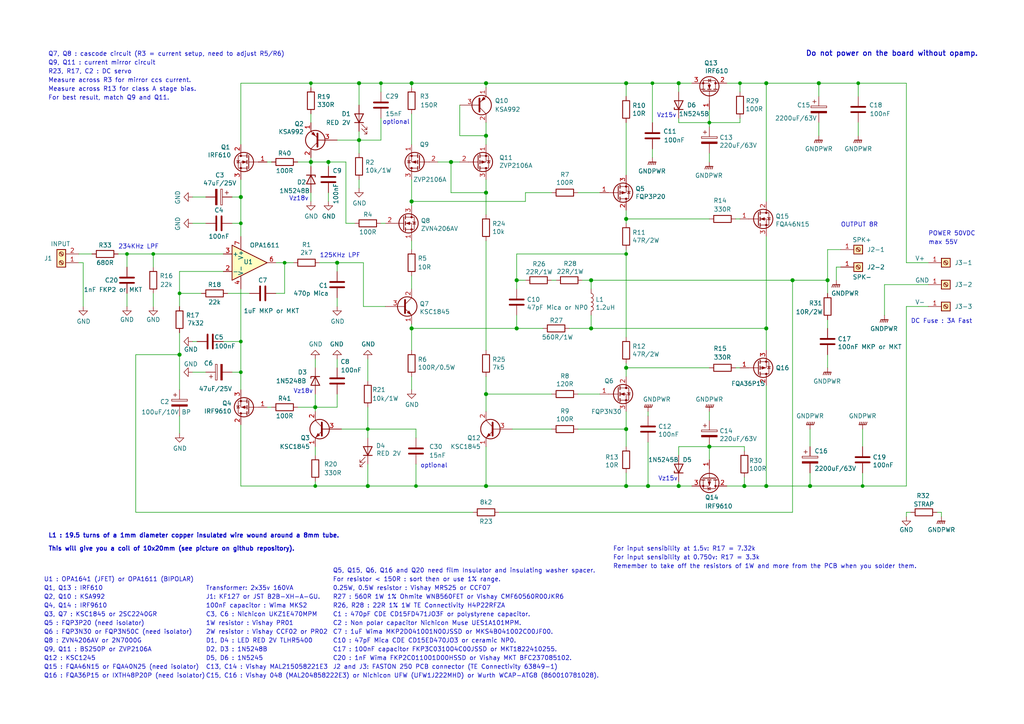
<source format=kicad_sch>
(kicad_sch (version 20211123) (generator eeschema)
  (paper "A4")
  (title_block (title "Q17-Mini Amplifier") (date "2023-06-25") (rev "1.4.5") (company "by eng. Tiberiu Vicol") (comment 1 "Modified by Stef for the Q17-Mini project") (comment 4 "Q17 a QUAD405 audiophile approach"))
  (junction (at 130.81 46.99) (diameter 1.016))
  (junction (at 187.96 140.97) (diameter 1.016))
  (junction (at 106.68 124.46))
  (junction (at 91.44 140.97))
  (junction (at 215.9 140.97) (diameter 1.016))
  (junction (at 91.44 118.11) (diameter 1.016))
  (junction (at 52.07 102.87) (diameter 1.016))
  (junction (at 205.74 35.56))
  (junction (at 149.86 95.25) (diameter 1.016))
  (junction (at 237.49 24.13) (diameter 1.016))
  (junction (at 196.85 24.13) (diameter 1.016))
  (junction (at 36.83 73.66))
  (junction (at 140.97 140.97) (diameter 1.016))
  (junction (at 196.85 140.97) (diameter 1.016))
  (junction (at 222.25 140.97) (diameter 1.016))
  (junction (at 110.49 24.13))
  (junction (at 90.17 46.99) (diameter 1.016))
  (junction (at 140.97 39.37) (diameter 1.016))
  (junction (at 250.19 140.97))
  (junction (at 52.07 85.09))
  (junction (at 120.65 140.97))
  (junction (at 234.95 140.97) (diameter 1.016))
  (junction (at 181.61 63.5) (diameter 1.016))
  (junction (at 240.03 81.28) (diameter 1.016))
  (junction (at 171.45 81.28) (diameter 1.016))
  (junction (at 95.25 46.99) (diameter 1.016))
  (junction (at 69.85 107.95))
  (junction (at 119.38 95.25) (diameter 1.016))
  (junction (at 69.85 57.15) (diameter 1.016))
  (junction (at 119.38 24.13) (diameter 1.016))
  (junction (at 97.79 76.2) (diameter 1.016))
  (junction (at 119.38 58.42) (diameter 1.016))
  (junction (at 149.86 81.28) (diameter 1.016))
  (junction (at 229.87 81.28) (diameter 1.016))
  (junction (at 248.92 24.13))
  (junction (at 82.55 76.2))
  (junction (at 205.74 129.54) (diameter 1.016))
  (junction (at 189.23 24.13))
  (junction (at 171.45 95.25) (diameter 1.016))
  (junction (at 222.25 24.13) (diameter 1.016))
  (junction (at 140.97 55.88) (diameter 1.016))
  (junction (at 214.63 24.13))
  (junction (at 106.68 140.97) (diameter 1.016))
  (junction (at 140.97 24.13) (diameter 1.016))
  (junction (at 181.61 140.97) (diameter 1.016))
  (junction (at 44.45 73.66))
  (junction (at 181.61 124.46) (diameter 1.016))
  (junction (at 104.14 24.13) (diameter 1.016))
  (junction (at 222.25 95.25) (diameter 1.016))
  (junction (at 140.97 114.3) (diameter 1.016))
  (junction (at 181.61 106.68) (diameter 1.016))
  (junction (at 181.61 73.66))
  (junction (at 104.14 40.64) (diameter 1.016))
  (junction (at 69.85 64.77))
  (junction (at 69.85 99.06))
  (junction (at 90.17 24.13))
  (junction (at 181.61 24.13) (diameter 1.016))
  (wire (pts (xy 110.49 40.64) (xy 104.14 40.64)))
  (wire (pts (xy 140.97 55.88) (xy 140.97 62.23)))
  (wire (pts (xy 181.61 72.39) (xy 181.61 73.66)))
  (wire (pts (xy 104.14 40.64) (xy 104.14 38.1)))
  (wire (pts (xy 97.79 40.64) (xy 104.14 40.64)))
  (wire (pts (xy 140.97 24.13) (xy 181.61 24.13)))
  (wire (pts (xy 140.97 24.13) (xy 119.38 24.13)))
  (wire (pts (xy 215.9 130.81) (xy 215.9 129.54)))
  (wire (pts (xy 215.9 129.54) (xy 205.74 129.54)))
  (wire (pts (xy 90.17 33.02) (xy 90.17 35.56)))
  (wire (pts (xy 205.74 119.38) (xy 205.74 121.92)))
  (wire (pts (xy 262.89 24.13) (xy 262.89 76.2)))
  (wire (pts (xy 52.07 78.74) (xy 52.07 85.09)))
  (wire (pts (xy 52.07 125.73) (xy 52.07 120.65)))
  (wire (pts (xy 111.76 64.77) (xy 110.49 64.77)))
  (wire (pts (xy 100.33 64.77) (xy 100.33 46.99)))
  (wire (pts (xy 95.25 46.99) (xy 100.33 46.99)))
  (wire (pts (xy 67.31 107.95) (xy 69.85 107.95)))
  (wire (pts (xy 24.13 76.2) (xy 24.13 88.9)))
  (wire (pts (xy 22.86 76.2) (xy 24.13 76.2)))
  (wire (pts (xy 52.07 102.87) (xy 52.07 113.03)))
  (wire (pts (xy 189.23 43.18) (xy 189.23 45.72)))
  (wire (pts (xy 64.77 99.06) (xy 69.85 99.06)))
  (wire (pts (xy 90.17 24.13) (xy 104.14 24.13)))
  (wire (pts (xy 120.65 140.97) (xy 140.97 140.97)))
  (wire (pts (xy 181.61 119.38) (xy 181.61 124.46)))
  (wire (pts (xy 181.61 124.46) (xy 181.61 129.54)))
  (wire (pts (xy 149.86 73.66) (xy 181.61 73.66)))
  (wire (pts (xy 149.86 81.28) (xy 149.86 73.66)))
  (wire (pts (xy 200.66 24.13) (xy 196.85 24.13)))
  (wire (pts (xy 262.89 88.9) (xy 262.89 140.97)))
  (wire (pts (xy 90.17 46.99) (xy 90.17 48.26)))
  (wire (pts (xy 90.17 45.72) (xy 90.17 46.99)))
  (wire (pts (xy 78.74 118.11) (xy 77.47 118.11)))
  (wire (pts (xy 22.86 73.66) (xy 26.67 73.66)))
  (wire (pts (xy 205.74 44.45) (xy 205.74 46.99)))
  (wire (pts (xy 262.89 88.9) (xy 269.24 88.9)))
  (wire (pts (xy 69.85 140.97) (xy 91.44 140.97)))
  (wire (pts (xy 240.03 72.39) (xy 240.03 81.28)))
  (wire (pts (xy 110.49 26.67) (xy 110.49 24.13)))
  (wire (pts (xy 69.85 123.19) (xy 69.85 140.97)))
  (wire (pts (xy 69.85 57.15) (xy 69.85 64.77)))
  (wire (pts (xy 55.88 57.15) (xy 59.69 57.15)))
  (wire (pts (xy 173.99 55.88) (xy 167.64 55.88)))
  (wire (pts (xy 39.37 102.87) (xy 52.07 102.87)))
  (wire (pts (xy 137.16 148.59) (xy 39.37 148.59)))
  (wire (pts (xy 39.37 148.59) (xy 39.37 102.87)))
  (wire (pts (xy 250.19 137.16) (xy 250.19 140.97)))
  (wire (pts (xy 234.95 140.97) (xy 250.19 140.97)))
  (wire (pts (xy 140.97 35.56) (xy 140.97 39.37)))
  (wire (pts (xy 152.4 81.28) (xy 149.86 81.28)))
  (wire (pts (xy 149.86 81.28) (xy 149.86 83.82)))
  (wire (pts (xy 181.61 35.56) (xy 181.61 50.8)))
  (wire (pts (xy 44.45 73.66) (xy 64.77 73.66)))
  (wire (pts (xy 55.88 107.95) (xy 59.69 107.95)))
  (wire (pts (xy 91.44 139.7) (xy 91.44 140.97)))
  (wire (pts (xy 248.92 24.13) (xy 248.92 27.94)))
  (wire (pts (xy 111.76 88.9) (xy 105.41 88.9)))
  (wire (pts (xy 105.41 88.9) (xy 105.41 76.2)))
  (wire (pts (xy 120.65 134.62) (xy 120.65 140.97)))
  (wire (pts (xy 168.91 81.28) (xy 171.45 81.28)))
  (wire (pts (xy 171.45 83.82) (xy 171.45 81.28)))
  (wire (pts (xy 160.02 81.28) (xy 161.29 81.28)))
  (wire (pts (xy 242.57 77.47) (xy 243.84 77.47)))
  (wire (pts (xy 242.57 77.47) (xy 242.57 81.28)))
  (wire (pts (xy 167.64 114.3) (xy 173.99 114.3)))
  (wire (pts (xy 140.97 114.3) (xy 160.02 114.3)))
  (wire (pts (xy 229.87 81.28) (xy 229.87 148.59)))
  (wire (pts (xy 229.87 148.59) (xy 144.78 148.59)))
  (wire (pts (xy 55.88 64.77) (xy 59.69 64.77)))
  (wire (pts (xy 171.45 91.44) (xy 171.45 95.25)))
  (wire (pts (xy 165.1 95.25) (xy 171.45 95.25)))
  (wire (pts (xy 213.36 63.5) (xy 214.63 63.5)))
  (wire (pts (xy 77.47 46.99) (xy 78.74 46.99)))
  (wire (pts (xy 262.89 140.97) (xy 250.19 140.97)))
  (wire (pts (xy 213.36 106.68) (xy 214.63 106.68)))
  (wire (pts (xy 222.25 58.42) (xy 222.25 24.13)))
  (wire (pts (xy 210.82 24.13) (xy 214.63 24.13)))
  (wire (pts (xy 181.61 24.13) (xy 189.23 24.13)))
  (wire (pts (xy 181.61 24.13) (xy 181.61 27.94)))
  (wire (pts (xy 97.79 118.11) (xy 91.44 118.11)))
  (wire (pts (xy 97.79 114.3) (xy 97.79 118.11)))
  (wire (pts (xy 215.9 138.43) (xy 215.9 140.97)))
  (wire (pts (xy 222.25 95.25) (xy 222.25 101.6)))
  (wire (pts (xy 222.25 68.58) (xy 222.25 95.25)))
  (wire (pts (xy 140.97 109.22) (xy 140.97 114.3)))
  (wire (pts (xy 44.45 73.66) (xy 44.45 77.47)))
  (wire (pts (xy 167.64 124.46) (xy 181.61 124.46)))
  (wire (pts (xy 148.59 124.46) (xy 160.02 124.46)))
  (wire (pts (xy 205.74 31.75) (xy 205.74 35.56)))
  (wire (pts (xy 187.96 120.65) (xy 187.96 119.38)))
  (wire (pts (xy 91.44 106.68) (xy 91.44 104.14)))
  (wire (pts (xy 97.79 76.2) (xy 105.41 76.2)))
  (wire (pts (xy 181.61 106.68) (xy 181.61 109.22)))
  (wire (pts (xy 181.61 105.41) (xy 181.61 106.68)))
  (wire (pts (xy 140.97 114.3) (xy 140.97 119.38)))
  (wire (pts (xy 196.85 35.56) (xy 205.74 35.56)))
  (wire (pts (xy 196.85 34.29) (xy 196.85 35.56)))
  (wire (pts (xy 248.92 35.56) (xy 248.92 39.37)))
  (wire (pts (xy 106.68 110.49) (xy 106.68 104.14)))
  (wire (pts (xy 214.63 35.56) (xy 214.63 34.29)))
  (wire (pts (xy 119.38 80.01) (xy 119.38 83.82)))
  (wire (pts (xy 119.38 69.85) (xy 119.38 72.39)))
  (wire (pts (xy 119.38 52.07) (xy 119.38 58.42)))
  (wire (pts (xy 119.38 58.42) (xy 119.38 59.69)))
  (wire (pts (xy 97.79 76.2) (xy 97.79 78.74)))
  (wire (pts (xy 92.71 76.2) (xy 97.79 76.2)))
  (wire (pts (xy 95.25 46.99) (xy 90.17 46.99)))
  (wire (pts (xy 95.25 48.26) (xy 95.25 46.99)))
  (wire (pts (xy 140.97 39.37) (xy 140.97 41.91)))
  (wire (pts (xy 149.86 91.44) (xy 149.86 95.25)))
  (wire (pts (xy 149.86 95.25) (xy 157.48 95.25)))
  (wire (pts (xy 104.14 52.07) (xy 104.14 54.61)))
  (wire (pts (xy 69.85 113.03) (xy 69.85 107.95)))
  (wire (pts (xy 181.61 106.68) (xy 205.74 106.68)))
  (wire (pts (xy 55.88 99.06) (xy 57.15 99.06)))
  (wire (pts (xy 34.29 73.66) (xy 36.83 73.66)))
  (wire (pts (xy 130.81 46.99) (xy 127 46.99)))
  (wire (pts (xy 237.49 24.13) (xy 248.92 24.13)))
  (wire (pts (xy 140.97 24.13) (xy 140.97 25.4)))
  (wire (pts (xy 69.85 99.06) (xy 69.85 107.95)))
  (wire (pts (xy 222.25 140.97) (xy 215.9 140.97)))
  (wire (pts (xy 222.25 111.76) (xy 222.25 140.97)))
  (wire (pts (xy 215.9 140.97) (xy 210.82 140.97)))
  (wire (pts (xy 187.96 140.97) (xy 181.61 140.97)))
  (wire (pts (xy 66.04 85.09) (xy 72.39 85.09)))
  (wire (pts (xy 181.61 140.97) (xy 181.61 137.16)))
  (wire (pts (xy 140.97 140.97) (xy 181.61 140.97)))
  (wire (pts (xy 140.97 129.54) (xy 140.97 140.97)))
  (wire (pts (xy 240.03 72.39) (xy 243.84 72.39)))
  (wire (pts (xy 133.35 30.48) (xy 133.35 39.37)))
  (wire (pts (xy 80.01 76.2) (xy 82.55 76.2)))
  (wire (pts (xy 106.68 118.11) (xy 106.68 124.46)))
  (wire (pts (xy 36.83 85.09) (xy 36.83 88.9)))
  (wire (pts (xy 91.44 119.38) (xy 91.44 118.11)))
  (wire (pts (xy 69.85 41.91) (xy 69.85 24.13)))
  (wire (pts (xy 69.85 24.13) (xy 90.17 24.13)))
  (wire (pts (xy 214.63 24.13) (xy 222.25 24.13)))
  (wire (pts (xy 250.19 124.46) (xy 250.19 129.54)))
  (wire (pts (xy 187.96 128.27) (xy 187.96 140.97)))
  (wire (pts (xy 52.07 96.52) (xy 52.07 102.87)))
  (wire (pts (xy 140.97 69.85) (xy 140.97 101.6)))
  (wire (pts (xy 67.31 64.77) (xy 69.85 64.77)))
  (wire (pts (xy 104.14 24.13) (xy 104.14 30.48)))
  (wire (pts (xy 90.17 25.4) (xy 90.17 24.13)))
  (wire (pts (xy 189.23 24.13) (xy 189.23 35.56)))
  (wire (pts (xy 196.85 139.7) (xy 196.85 140.97)))
  (wire (pts (xy 100.33 64.77) (xy 102.87 64.77)))
  (wire (pts (xy 140.97 55.88) (xy 130.81 55.88)))
  (wire (pts (xy 130.81 55.88) (xy 130.81 46.99)))
  (wire (pts (xy 152.4 55.88) (xy 160.02 55.88)))
  (wire (pts (xy 262.89 76.2) (xy 269.24 76.2)))
  (wire (pts (xy 119.38 109.22) (xy 119.38 113.03)))
  (wire (pts (xy 234.95 140.97) (xy 222.25 140.97)))
  (wire (pts (xy 234.95 137.16) (xy 234.95 140.97)))
  (wire (pts (xy 106.68 140.97) (xy 120.65 140.97)))
  (wire (pts (xy 205.74 35.56) (xy 214.63 35.56)))
  (wire (pts (xy 36.83 73.66) (xy 44.45 73.66)))
  (wire (pts (xy 106.68 140.97) (xy 106.68 134.62)))
  (wire (pts (xy 189.23 24.13) (xy 196.85 24.13)))
  (wire (pts (xy 36.83 77.47) (xy 36.83 73.66)))
  (wire (pts (xy 205.74 129.54) (xy 205.74 133.35)))
  (wire (pts (xy 106.68 127) (xy 106.68 124.46)))
  (wire (pts (xy 187.96 140.97) (xy 196.85 140.97)))
  (wire (pts (xy 196.85 140.97) (xy 200.66 140.97)))
  (wire (pts (xy 130.81 46.99) (xy 133.35 46.99)))
  (wire (pts (xy 229.87 81.28) (xy 240.03 81.28)))
  (wire (pts (xy 240.03 81.28) (xy 240.03 85.09)))
  (wire (pts (xy 171.45 81.28) (xy 229.87 81.28)))
  (wire (pts (xy 52.07 78.74) (xy 64.77 78.74)))
  (wire (pts (xy 110.49 34.29) (xy 110.49 40.64)))
  (wire (pts (xy 91.44 118.11) (xy 91.44 114.3)))
  (wire (pts (xy 205.74 35.56) (xy 205.74 36.83)))
  (wire (pts (xy 82.55 76.2) (xy 85.09 76.2)))
  (wire (pts (xy 152.4 55.88) (xy 152.4 58.42)))
  (wire (pts (xy 152.4 58.42) (xy 119.38 58.42)))
  (wire (pts (xy 271.78 148.59) (xy 273.05 148.59)))
  (wire (pts (xy 273.05 148.59) (xy 273.05 149.86)))
  (wire (pts (xy 262.89 148.59) (xy 264.16 148.59)))
  (wire (pts (xy 262.89 149.86) (xy 262.89 148.59)))
  (wire (pts (xy 149.86 95.25) (xy 119.38 95.25)))
  (wire (pts (xy 119.38 95.25) (xy 119.38 101.6)))
  (wire (pts (xy 86.36 118.11) (xy 91.44 118.11)))
  (wire (pts (xy 262.89 24.13) (xy 248.92 24.13)))
  (wire (pts (xy 256.54 82.55) (xy 256.54 91.44)))
  (wire (pts (xy 256.54 82.55) (xy 269.24 82.55)))
  (wire (pts (xy 181.61 60.96) (xy 181.61 63.5)))
  (wire (pts (xy 181.61 63.5) (xy 181.61 64.77)))
  (wire (pts (xy 69.85 68.58) (xy 69.85 64.77)))
  (wire (pts (xy 104.14 24.13) (xy 110.49 24.13)))
  (wire (pts (xy 171.45 95.25) (xy 222.25 95.25)))
  (wire (pts (xy 69.85 83.82) (xy 69.85 99.06)))
  (wire (pts (xy 106.68 124.46) (xy 120.65 124.46)))
  (wire (pts (xy 82.55 85.09) (xy 82.55 76.2)))
  (wire (pts (xy 80.01 85.09) (xy 82.55 85.09)))
  (wire (pts (xy 181.61 73.66) (xy 181.61 97.79)))
  (wire (pts (xy 120.65 124.46) (xy 120.65 127)))
  (wire (pts (xy 104.14 40.64) (xy 104.14 44.45)))
  (wire (pts (xy 95.25 58.42) (xy 95.25 55.88)))
  (wire (pts (xy 52.07 85.09) (xy 58.42 85.09)))
  (wire (pts (xy 196.85 132.08) (xy 196.85 129.54)))
  (wire (pts (xy 196.85 129.54) (xy 205.74 129.54)))
  (wire (pts (xy 90.17 55.88) (xy 90.17 58.42)))
  (wire (pts (xy 140.97 52.07) (xy 140.97 55.88)))
  (wire (pts (xy 44.45 85.09) (xy 44.45 88.9)))
  (wire (pts (xy 69.85 52.07) (xy 69.85 57.15)))
  (wire (pts (xy 97.79 104.14) (xy 97.79 106.68)))
  (wire (pts (xy 99.06 124.46) (xy 106.68 124.46)))
  (wire (pts (xy 240.03 102.87) (xy 240.03 106.68)))
  (wire (pts (xy 110.49 24.13) (xy 119.38 24.13)))
  (wire (pts (xy 86.36 46.99) (xy 90.17 46.99)))
  (wire (pts (xy 97.79 86.36) (xy 97.79 88.9)))
  (wire (pts (xy 240.03 92.71) (xy 240.03 95.25)))
  (wire (pts (xy 237.49 35.56) (xy 237.49 39.37)))
  (wire (pts (xy 196.85 24.13) (xy 196.85 26.67)))
  (wire (pts (xy 181.61 63.5) (xy 205.74 63.5)))
  (wire (pts (xy 119.38 93.98) (xy 119.38 95.25)))
  (wire (pts (xy 214.63 26.67) (xy 214.63 24.13)))
  (wire (pts (xy 91.44 140.97) (xy 106.68 140.97)))
  (wire (pts (xy 52.07 85.09) (xy 52.07 88.9)))
  (wire (pts (xy 234.95 129.54) (xy 234.95 124.46)))
  (wire (pts (xy 119.38 33.02) (xy 119.38 41.91)))
  (wire (pts (xy 140.97 39.37) (xy 133.35 39.37)))
  (wire (pts (xy 222.25 24.13) (xy 237.49 24.13)))
  (wire (pts (xy 237.49 27.94) (xy 237.49 24.13)))
  (wire (pts (xy 67.31 57.15) (xy 69.85 57.15)))
  (wire (pts (xy 91.44 132.08) (xy 91.44 129.54)))
  (wire (pts (xy 119.38 24.13) (xy 119.38 25.4)))
  (text "U1 : OPA1641 (JFET) or OPA1611 (BIPOLAR)" (at 12.7 168.91 0) (effects (font (size 1.27 1.27)) (justify left bottom)))
  (text "Remember to take off the resistors of 1W and more from the PCB when you solder them." (at 177.8 165.1 0) (effects (font (size 1.27 1.27)) (justify left bottom)))
  (text "max 55V" (at 269.24 71.12 0) (effects (font (size 1.27 1.27)) (justify left bottom)))
  (text "Q4, Q14 : IRF9610" (at 12.7 176.53 0) (effects (font (size 1.27 1.27)) (justify left bottom)))
  (text "Transformer: 2x35v 160VA" (at 59.69 171.45 0) (effects (font (size 1.27 1.27)) (justify left bottom)))
  (text "Q9, Q11 : current mirror circuit" (at 13.97 19.05 0) (effects (font (size 1.27 1.27)) (justify left bottom)))
  (text "C2 : Non polar capacitor Nichicon Muse UES1A101MPM." (at 96.52 181.61 0) (effects (font (size 1.27 1.27)) (justify left bottom)))
  (text "C15, C16 : Vishay 048 (MAL204858222E3) or Nichicon UFW (UFW1J222MHD) or Wurth WCAP-ATG8 (860010781028)." (at 59.69 196.85 0) (effects (font (size 1.27 1.27)) (justify left bottom)))
  (text "Q8 : ZVN4206AV or 2N7000G" (at 12.7 186.69 0) (effects (font (size 1.27 1.27)) (justify left bottom)))
  (text "1W resistor : Vishay PR01" (at 59.69 181.61 0) (effects (font (size 1.27 1.27)) (justify left bottom)))
  (text "This will give you a coil of 10x20mm (see picture on github repository)." (at 13.97 160.02 0) (effects (font (size 1.27 1.27) (thickness 0.254) bold) (justify left bottom)))
  (text "For input sensibility at 1.5v: R17 = 7.32k" (at 177.8 160.02 0) (effects (font (size 1.27 1.27)) (justify left bottom)))
  (text "125KHz LPF" (at 92.71 74.93 0) (effects (font (size 1.27 1.27)) (justify left bottom)))
  (text "Q15 : FQA46N15 or FQA40N25 (need isolator)" (at 12.7 194.31 0) (effects (font (size 1.27 1.27)) (justify left bottom)))
  (text "100nF capacitor : Wima MKS2" (at 59.69 176.53 0) (effects (font (size 1.27 1.27)) (justify left bottom)))
  (text "Q16 : FQA36P15 or IXTH48P20P (need isolator)" (at 12.7 196.85 0) (effects (font (size 1.27 1.27)) (justify left bottom)))
  (text "R27 : 560R 1W 1% Ohmite WNB560FET or Vishay CMF60560R00JKR6" (at 96.52 173.99 0) (effects (font (size 1.27 1.27)) (justify left bottom)))
  (text "0.25W, 0.5W resistor : Vishay MRS25 or CCF07" (at 96.52 171.45 0) (effects (font (size 1.27 1.27)) (justify left bottom)))
  (text "L1 : 19.5 turns of a 1mm diameter copper insulated wire wound around a 8mm tube." (at 13.97 156.21 0) (effects (font (size 1.27 1.27) (thickness 0.254) bold) (justify left bottom)))
  (text "C13, C14 : Vishay MAL215058221E3" (at 59.69 194.31 0) (effects (font (size 1.27 1.27)) (justify left bottom)))
  (text "R23, R17, C2 : DC servo" (at 13.97 21.59 0) (effects (font (size 1.27 1.27)) (justify left bottom)))
  (text "Q9, Q11 : BS250P or ZVP2106A" (at 12.7 189.23 0) (effects (font (size 1.27 1.27)) (justify left bottom)))
  (text "optional" (at 110.9305 36.2435 0) (effects (font (size 1.27 1.27)) (justify left bottom)))
  (text "OUTPUT 8R" (at 243.84 66.04 0) (effects (font (size 1.27 1.27)) (justify left bottom)))
  (text "Vz18v" (at 85.09 114.3 0) (effects (font (size 1.27 1.27)) (justify left bottom)))
  (text "For input sensibility at 0.750v: R17 = 3.3k" (at 177.8 162.56 0) (effects (font (size 1.27 1.27)) (justify left bottom)))
  (text "DC Fuse : 3A Fast" (at 264.16 93.98 0) (effects (font (size 1.27 1.27)) (justify left bottom)))
  (text "D2, D3 : 1N5248B" (at 59.69 189.23 0) (effects (font (size 1.27 1.27)) (justify left bottom)))
  (text "2W resistor : Vishay CCF02 or PR02" (at 59.69 184.15 0) (effects (font (size 1.27 1.27)) (justify left bottom)))
  (text "234KHz LPF" (at 34.29 72.39 0) (effects (font (size 1.27 1.27)) (justify left bottom)))
  (text "Q2, Q10 : KSA992" (at 12.7 173.99 0) (effects (font (size 1.27 1.27)) (justify left bottom)))
  (text "Q3, Q7 : KSC1845 or 2SC2240GR" (at 12.7 179.07 0) (effects (font (size 1.27 1.27)) (justify left bottom)))
  (text "Q6 : FQP3N30 or FQP3N50C (need isolator)" (at 12.7 184.15 0) (effects (font (size 1.27 1.27)) (justify left bottom)))
  (text "Measure across R13 for class A stage bias." (at 13.97 26.67 0) (effects (font (size 1.27 1.27)) (justify left bottom)))
  (text "C7 : 1uF Wima MKP2D041001N00JSSD or MKS4B041002C00JF00." (at 96.52 184.15 0) (effects (font (size 1.27 1.27)) (justify left bottom)))
  (text "Q5, Q15, Q6, Q16 and Q20 need film Insulator and insulating washer spacer." (at 96.52 166.37 0) (effects (font (size 1.27 1.27)) (justify left bottom)))
  (text "Q5 : FQP3P20 (need isolator)" (at 12.7 181.61 0) (effects (font (size 1.27 1.27)) (justify left bottom)))
  (text "C1 : 470pF CDE CD15FD471JO3F or polystyrene capacitor." (at 96.52 179.07 0) (effects (font (size 1.27 1.27)) (justify left bottom)))
  (text "D5, D6 : 1N5245" (at 59.69 191.77 0) (effects (font (size 1.27 1.27)) (justify left bottom)))
  (text "Q7, Q8 : cascode circuit (R3 = current setup, need to adjust R5/R6)" (at 13.97 16.51 0) (effects (font (size 1.27 1.27)) (justify left bottom)))
  (text "J1: KF127 or JST B2B-XH-A-GU." (at 59.69 173.99 0) (effects (font (size 1.27 1.27)) (justify left bottom)))
  (text "Measure across R3 for mirror ccs current." (at 13.97 24.13 0) (effects (font (size 1.27 1.27)) (justify left bottom)))
  (text "Vz15v" (at 190.8835 139.6616 0) (effects (font (size 1.27 1.27)) (justify left bottom)))
  (text "J2 and J3: FASTON 250 PCB connector (TE Connectivity 63849-1)" (at 96.52 194.31 0) (effects (font (size 1.27 1.27)) (justify left bottom)))
  (text "D1, D4 : LED RED 2V TLHR5400" (at 59.69 186.69 0) (effects (font (size 1.27 1.27)) (justify left bottom)))
  (text "R26, R28 : 22R 1% 1W TE Connectivity H4P22RFZA" (at 96.52 176.53 0) (effects (font (size 1.27 1.27)) (justify left bottom)))
  (text "Vz15v" (at 190.5 34.29 0) (effects (font (size 1.27 1.27)) (justify left bottom)))
  (text "optional" (at 121.92 135.89 0) (effects (font (size 1.27 1.27)) (justify left bottom)))
  (text "POWER 50VDC" (at 269.24 68.58 0) (effects (font (size 1.27 1.27)) (justify left bottom)))
  (text "C3, C6 : Nichicon UKZ1E470MPM" (at 59.69 179.07 0) (effects (font (size 1.27 1.27)) (justify left bottom)))
  (text "C10 : 47pF Mica CDE CD15ED470JO3 or ceramic NP0." (at 96.52 186.69 0) (effects (font (size 1.27 1.27)) (justify left bottom)))
  (text "Q12 : KSC1245" (at 12.7 191.77 0) (effects (font (size 1.27 1.27)) (justify left bottom)))
  (text "For best result, match Q9 and Q11." (at 13.97 29.21 0) (effects (font (size 1.27 1.27)) (justify left bottom)))
  (text "For resistor < 150R : sort then or use 1% range." (at 96.52 168.91 0) (effects (font (size 1.27 1.27)) (justify left bottom)))
  (text "Do not power on the board without opamp." (at 233.68 16.51 0) (effects (font (size 1.5 1.5) (thickness 0.254) bold) (justify left bottom)))
  (text "C17 : 100nF capacitor FKP3C031004C00JSSD or MKT1822410255." (at 96.52 189.23 0) (effects (font (size 1.27 1.27)) (justify left bottom)))
  (text "C20 : 1nF Wima FKP2C011001D00HSSD or Vishay MKT BFC237085102." (at 96.52 191.77 0) (effects (font (size 1.27 1.27)) (justify left bottom)))
  (text "Vz18v" (at 83.82 58.42 0) (effects (font (size 1.27 1.27)) (justify left bottom)))
  (text "Q1, Q13 : IRF610" (at 12.7 171.45 0) (effects (font (size 1.27 1.27)) (justify left bottom)))
  (symbol (lib_id "power:GND") (at 55.88 57.15 270) (unit 1)
    (property "Reference" "#PWR0111" (effects hide))
    (property "Value" "GND" (at 51.5556 57.2643 0))
  )
  (symbol (lib_id "Device:R") (at 30.48 73.66 270) (mirror x) (unit 1)
    (property "Reference" "R33" (at 30.48 71.12 90))
    (property "Value" "680R" (at 30.48 76.2 90))
    (property "Footprint" "Resistor_THT:R_Axial_DIN0207_L6.3mm_D2.5mm_P10.16mm_Horizontal" (effects hide))
    (property "Part#" "MRS25000C6800FCT00" (effects hide))
  )
  (symbol (lib_id "Device:R") (at 181.61 133.35 0) (unit 1)
    (property "Reference" "R13" (at 175.514 132.588 0) (effects (justify left)))
    (property "Value" "10R" (at 175.514 134.8867 0) (effects (justify left)))
    (property "Footprint" "Resistor_THT:R_Axial_DIN0207_L6.3mm_D2.5mm_P10.16mm_Horizontal" (effects hide))
    (property "Part#" "MRS25000C1009FCT00" (effects hide))
  )
  (symbol (lib_id "Device:Q_PNP_ECB") (at 138.43 30.48 0) (mirror x) (unit 1)
    (property "Reference" "Q10" (at 143.51 29.2099 0) (effects (justify left)))
    (property "Value" "KSA992" (at 143.51 31.7499 0) (effects (justify left)))
    (property "Footprint" "Package_TO_SOT_THT:TO-92_Inline_Wide" (effects hide))
    (property "Part#" "KSA992FBTA" (effects hide))
  )
  (symbol (lib_id "Device:C") (at 60.96 99.06 90) (unit 1)
    (property "Reference" "C5" (at 63.5 97.79 90))
    (property "Value" "100nF" (at 65.2658 100.4056 90))
    (property "Footprint" "Capacitor_THT:C_Rect_L7.2mm_W2.5mm_P5.00mm_FKS2_FKP2_MKS2_MKP2" (effects hide))
    (property "Spice_Primitive" "C" (effects hide))
    (property "Spice_Model" "100n" (effects hide))
    (property "Spice_Netlist_Enabled" "Y" (effects hide))
    (property "Part#" "MKS2D031001A00KSSD" (effects hide))
  )
  (symbol (lib_id "Device:R") (at 240.03 88.9 0) (unit 1)
    (property "Reference" "R31" (at 234.5931 87.9307 0) (effects (justify left)))
    (property "Value" "10R/2W" (at 230.7831 90.4707 0) (effects (justify left)))
    (property "Footprint" "Resistor_THT:R_Axial_DIN0411_L9.9mm_D3.6mm_P15.24mm_Horizontal" (effects hide))
    (property "Part#" "PR02000201009JR500" (effects hide))
  )
  (symbol (lib_id "power:GND") (at 55.88 107.95 270) (unit 1)
    (property "Reference" "#PWR0129" (effects hide))
    (property "Value" "GND" (at 55.3399 105.5834 90))
  )
  (symbol (lib_id "power:GND") (at 52.07 125.73 0) (unit 1)
    (property "Reference" "#PWR0107" (effects hide))
    (property "Value" "GND" (at 52.1843 130.0544 0))
  )
  (symbol (lib_id "Device:R") (at 88.9 76.2 90) (unit 1)
    (property "Reference" "R1" (at 88.9 70.9738 90))
    (property "Value" "2k7" (at 88.9 73.2725 90))
    (property "Footprint" "Resistor_THT:R_Axial_DIN0207_L6.3mm_D2.5mm_P10.16mm_Horizontal" (effects hide))
    (property "Part#" "MRS25000C2701FCT00" (effects hide))
  )
  (symbol (lib_id "power:GNDPWR") (at 205.74 119.38 180) (unit 1)
    (property "Reference" "#PWR0121" (effects hide))
    (property "Value" "GNDPWR" (at 205.74 115.824 0))
  )
  (symbol (lib_id "Connector:Screw_Terminal_01x01") (at 248.92 77.47 0) (unit 1)
    (property "Reference" "J2-2" (at 251.46 77.47 0) (effects (justify left)))
    (property "Value" "SPK-" (at 247.2875 80.371 0) (effects (justify left)))
    (property "Footprint" "Q17_Library:Faston_Connector_63849-1_TEC" (effects hide))
    (property "Part#" "TE Connectivity 63849-1" (effects hide))
  )
  (symbol (lib_id "Device:C") (at 187.96 124.46 0) (unit 1)
    (property "Reference" "C12" (at 190.8811 123.6991 0) (effects (justify left)))
    (property "Value" "100nF" (at 190.8811 125.9978 0) (effects (justify left)))
    (property "Footprint" "Capacitor_THT:C_Rect_L7.2mm_W2.5mm_P5.00mm_FKS2_FKP2_MKS2_MKP2" (effects hide))
    (property "Datasheet" "https://ro.mouser.com/datasheet/2/212/1/KEM_F3101_R82-1103738.pdf" (effects hide))
    (property "Spice_Primitive" "C" (effects hide))
    (property "Spice_Model" "100n" (effects hide))
    (property "Spice_Netlist_Enabled" "Y" (effects hide))
    (property "Part#" "MKS2D031001A00KSSD" (effects hide))
  )
  (symbol (lib_id "Device:R") (at 181.61 68.58 0) (unit 1)
    (property "Reference" "R11" (at 183.3881 67.4306 0) (effects (justify left)))
    (property "Value" "47R/2W" (at 183.3881 69.7293 0) (effects (justify left)))
    (property "Footprint" "Resistor_THT:R_Axial_DIN0411_L9.9mm_D3.6mm_P12.70mm_Horizontal" (effects hide))
    (property "Part#" "CCF0247R0JKE36" (effects hide))
  )
  (symbol (lib_id "Device:R") (at 163.83 124.46 90) (unit 1)
    (property "Reference" "R9" (at 163.83 119.2338 90))
    (property "Value" "100R" (at 163.83 121.533 90))
    (property "Footprint" "Resistor_THT:R_Axial_DIN0207_L6.3mm_D2.5mm_P10.16mm_Horizontal" (effects hide))
    (property "Part#" "MRS25000C1000FC100" (effects hide))
  )
  (symbol (lib_id "Device:R") (at 106.68 114.3 0) (mirror x) (unit 1)
    (property "Reference" "R21" (at 107.95 113.03 0) (effects (justify left)))
    (property "Value" "10k/1W" (at 107.95 115.57 0) (effects (justify left)))
    (property "Footprint" "Resistor_THT:R_Axial_DIN0207_L6.3mm_D2.5mm_P10.16mm_Horizontal" (effects hide))
    (property "Part#" "PR01000101002JR500" (effects hide))
  )
  (symbol (lib_id "Device:LED") (at 104.14 34.29 90) (unit 1)
    (property "Reference" "D1" (at 99.06 33.02 90) (effects (justify right)))
    (property "Value" "RED 2V" (at 94.5029 35.5599 90) (effects (justify right)))
    (property "Footprint" "LED_THT:LED_D5.0mm" (effects hide))
    (property "Part#" "TLHR5400" (effects hide))
  )
  (symbol (lib_id "Device:Q_NPN_ECB") (at 93.98 124.46 0) (mirror y) (unit 1)
    (property "Reference" "Q3" (at 89.916 127 0) (effects (justify left)))
    (property "Value" "KSC1845" (at 89.916 129.54 0) (effects (justify left)))
    (property "Footprint" "Package_TO_SOT_THT:TO-92_Inline_Wide" (effects hide))
    (property "Part#" "KSC1845FTA" (effects hide))
  )
  (symbol (lib_id "Device:C_Polarized") (at 234.95 133.35 0) (unit 1)
    (property "Reference" "C16" (at 236.22 130.81 0) (effects (justify left)))
    (property "Value" "2200uF/63V" (at 236.22 135.89 0) (effects (justify left)))
    (property "Footprint" "Capacitor_THT:CP_Radial_D18.0mm_P7.50mm" (effects hide))
    (property "Part#" "MAL204858222E3" (effects hide))
  )
  (symbol (lib_id "Device:R") (at 209.55 106.68 90) (unit 1)
    (property "Reference" "R15" (at 210.82 101.092 90) (effects (justify left)))
    (property "Value" "330R" (at 212.09 103.632 90) (effects (justify left)))
    (property "Footprint" "Resistor_THT:R_Axial_DIN0207_L6.3mm_D2.5mm_P10.16mm_Horizontal" (effects hide))
    (property "Part#" "MRS25000C3300FC1" (effects hide))
  )
  (symbol (lib_id "power:GNDPWR") (at 187.96 119.38 180) (unit 1)
    (property "Reference" "#PWR0120" (effects hide))
    (property "Value" "GNDPWR" (at 190.5 115.824 0))
  )
  (symbol (lib_id "Device:C") (at 189.23 39.37 180) (unit 1)
    (property "Reference" "C11" (at 194.31 38.1 0))
    (property "Value" "100nF" (at 195.58 40.64 0))
    (property "Footprint" "Capacitor_THT:C_Rect_L7.2mm_W2.5mm_P5.00mm_FKS2_FKP2_MKS2_MKP2" (effects hide))
    (property "Datasheet" "https://ro.mouser.com/datasheet/2/212/1/KEM_F3101_R82-1103738.pdf" (effects hide))
    (property "Spice_Primitive" "C" (effects hide))
    (property "Spice_Model" "100n" (effects hide))
    (property "Spice_Netlist_Enabled" "Y" (effects hide))
    (property "Part#" "MKS2D031001A00KSSD" (effects hide))
  )
  (symbol (lib_id "power:GND") (at 44.45 88.9 0) (unit 1)
    (property "Reference" "#PWR0115" (effects hide))
    (property "Value" "GND" (at 44.45 92.71 0))
  )
  (symbol (lib_id "power:GND") (at 262.89 149.86 0) (unit 1)
    (property "Reference" "#PWR0124" (effects hide))
    (property "Value" "GND" (at 262.89 153.67 0))
  )
  (symbol (lib_id "power:GNDPWR") (at 256.54 91.44 0) (unit 1)
    (property "Reference" "#PWR0128" (effects hide))
    (property "Value" "GNDPWR" (at 256.413 95.358 0))
  )
  (symbol (lib_id "Device:C") (at 95.25 52.07 180) (unit 1)
    (property "Reference" "C9" (at 97.79 49.53 0))
    (property "Value" "100nF" (at 97.4183 56.198 90))
    (property "Footprint" "Capacitor_THT:C_Rect_L7.2mm_W2.5mm_P5.00mm_FKS2_FKP2_MKS2_MKP2" (effects hide))
    (property "Datasheet" "https://ro.mouser.com/datasheet/2/212/1/KEM_F3101_R82-1103738.pdf" (effects hide))
    (property "Spice_Primitive" "C" (effects hide))
    (property "Spice_Model" "100n" (effects hide))
    (property "Spice_Netlist_Enabled" "Y" (effects hide))
    (property "Part#" "MKS2D031001A00KSSD" (effects hide))
  )
  (symbol (lib_id "power:GND") (at 24.13 88.9 0) (unit 1)
    (property "Reference" "#PWR0114" (effects hide))
    (property "Value" "GND" (at 24.2443 93.2244 0))
  )
  (symbol (lib_id "Device:C_Polarized") (at 63.5 107.95 90) (unit 1)
    (property "Reference" "C6" (at 60.4721 105.363 90))
    (property "Value" "47uF/25V" (at 62.484 112.776 90))
    (property "Footprint" "Capacitor_THT:CP_Radial_D10.0mm_P5.00mm" (effects hide))
    (property "Part#" "Nichicon Muse UKZ1E470MPM" (effects hide))
  )
  (symbol (lib_id "Transistor_FET:VP0610L") (at 121.92 46.99 180) (unit 1)
    (property "Reference" "Q9" (at 124.46 41.91 0) (effects (justify left)))
    (property "Value" "ZVP2106A" (at 129.54 52.07 0) (effects (justify left)))
    (property "Footprint" "Package_TO_SOT_THT:TO-92S_Wide" (effects hide))
    (property "Datasheet" "http://www.vishay.com/docs/70209/70209.pdf" (effects hide))
    (property "Part#" "ZVP2106A" (effects hide))
  )
  (symbol (lib_id "Device:LED") (at 106.68 130.81 270) (mirror x) (unit 1)
    (property "Reference" "D4" (at 111.76 129.286 90) (effects (justify right)))
    (property "Value" "RED 2V" (at 116.3248 131.5054 90) (effects (justify right)))
    (property "Footprint" "LED_THT:LED_D5.0mm" (effects hide))
    (property "Part#" "TLHR5400" (effects hide))
  )
  (symbol (lib_id "Device:R") (at 209.55 63.5 90) (unit 1)
    (property "Reference" "R14" (at 210.82 58.166 90) (effects (justify left)))
    (property "Value" "330R" (at 212.09 60.706 90) (effects (justify left)))
    (property "Footprint" "Resistor_THT:R_Axial_DIN0207_L6.3mm_D2.5mm_P10.16mm_Horizontal" (effects hide))
    (property "Part#" "MRS25000C3300FC1" (effects hide))
  )
  (symbol (lib_id "Device:R") (at 44.45 81.28 180) (unit 1)
    (property "Reference" "R16" (at 48.26 80.01 0))
    (property "Value" "22k" (at 48.26 82.55 0))
    (property "Footprint" "Resistor_THT:R_Axial_DIN0207_L6.3mm_D2.5mm_P10.16mm_Horizontal" (effects hide))
    (property "Part#" "MRS25000C2202FCT00" (effects hide))
  )
  (symbol (lib_id "Device:R") (at 181.61 31.75 0) (unit 1)
    (property "Reference" "R10" (at 183.3881 30.6006 0) (effects (justify left)))
    (property "Value" "10R" (at 183.3881 32.8993 0) (effects (justify left)))
    (property "Footprint" "Resistor_THT:R_Axial_DIN0207_L6.3mm_D2.5mm_P10.16mm_Horizontal" (effects hide))
    (property "Part#" "MRS25000C1009FCT00" (effects hide))
  )
  (symbol (lib_id "power:GNDPWR") (at 234.95 124.46 180) (unit 1)
    (property "Reference" "#PWR0125" (effects hide))
    (property "Value" "GNDPWR" (at 234.95 120.65 0))
  )
  (symbol (lib_id "Device:R") (at 156.21 81.28 90) (unit 1)
    (property "Reference" "R26" (at 156.3556 76.5684 90))
    (property "Value" "22R/1W" (at 156.3556 78.8671 90))
    (property "Footprint" "Resistor_THT:R_Axial_DIN0411_L9.9mm_D3.6mm_P12.70mm_Horizontal" (effects hide))
    (property "Part#" "H4P22RFZA" (effects hide))
  )
  (symbol (lib_id "Device:D_Zener") (at 196.85 30.48 90) (unit 1)
    (property "Reference" "D6" (at 201.93 30.48 90) (effects (justify left)))
    (property "Value" "1N5245B" (at 205.74 33.02 90) (effects (justify left)))
    (property "Footprint" "Diode_THT:D_DO-35_SOD27_P7.62mm_Horizontal" (effects hide))
    (property "Datasheet" "https://www.mouser.fr/ProductDetail/512-1N5245BTR" (effects hide))
    (property "Part#" "1N5245BTR" (effects hide))
  )
  (symbol (lib_id "Device:R") (at 62.23 85.09 90) (unit 1)
    (property "Reference" "R18" (at 62.23 82.55 90))
    (property "Value" "22k" (at 62.23 87.63 90))
    (property "Footprint" "Resistor_THT:R_Axial_DIN0207_L6.3mm_D2.5mm_P10.16mm_Horizontal" (effects hide))
    (property "Part#" "MRS25000C2202FCT00" (effects hide))
  )
  (symbol (lib_id "power:GND") (at 36.83 88.9 0) (unit 1)
    (property "Reference" "#PWR0113" (effects hide))
    (property "Value" "GND" (at 36.83 92.71 0))
  )
  (symbol (lib_id "power:GNDPWR") (at 237.49 39.37 0) (unit 1)
    (property "Reference" "#PWR0118" (effects hide))
    (property "Value" "GNDPWR" (at 237.49 43.18 0))
  )
  (symbol (lib_id "Device:Q_NPN_ECB") (at 116.84 88.9 0) (unit 1)
    (property "Reference" "Q7" (at 121.6915 88.1391 0) (effects (justify left)))
    (property "Value" "KSC1845" (at 121.6915 90.4378 0) (effects (justify left)))
    (property "Footprint" "Package_TO_SOT_THT:TO-92_Inline_Wide" (effects hide))
    (property "Part#" "KSC1845FTA" (effects hide))
  )
  (symbol (lib_id "Device:Q_NMOS_GDS") (at 219.71 63.5 0) (unit 1)
    (property "Reference" "Q15" (at 224.9171 62.7391 0) (effects (justify left)))
    (property "Value" "FQA46N15" (at 224.9171 65.0378 0) (effects (justify left)))
    (property "Footprint" "Package_TO_SOT_THT:TO-3P-3_Vertical" (effects hide))
    (property "Part#" "FQA46N15" (effects hide))
  )
  (symbol (lib_id "Device:C_Polarized") (at 205.74 40.64 0) (unit 1)
    (property "Reference" "C13" (at 208.6611 39.8791 0) (effects (justify left)))
    (property "Value" "220uF/63V" (at 208.6611 42.1778 0) (effects (justify left)))
    (property "Footprint" "Capacitor_THT:CP_Radial_D12.5mm_P5.00mm" (effects hide))
    (property "Part#" "MAL215058221E3" (effects hide))
  )
  (symbol (lib_id "Device:L") (at 171.45 87.63 0) (unit 1)
    (property "Reference" "L1" (at 172.7201 86.8691 0) (effects (justify left)))
    (property "Value" "1.2uH" (at 172.7201 89.1678 0) (effects (justify left)))
    (property "Footprint" "Q17_Library:L_Axial_L22mm_D10mm_P21mm_vertical_Q17_Mini" (effects hide))
    (property "Part#" "19.5 turns of a 1mm diameter copper insulated wire wound around a 8mm tube." (effects hide))
  )
  (symbol (lib_id "Device:R") (at 90.17 29.21 0) (unit 1)
    (property "Reference" "R19" (at 91.9481 28.0606 0) (effects (justify left)))
    (property "Value" "330R" (at 91.948 30.359 0) (effects (justify left)))
    (property "Footprint" "Resistor_THT:R_Axial_DIN0207_L6.3mm_D2.5mm_P10.16mm_Horizontal" (effects hide))
    (property "Part#" "MRS25000C3300FC1" (effects hide))
  )
  (symbol (lib_id "Device:C_Polarized") (at 52.07 116.84 0) (unit 1)
    (property "Reference" "C2" (at 46.4082 116.5306 0) (effects (justify left)))
    (property "Value" "100uF/10V BP" (at 40.9765 119.518 0) (effects (justify left)))
    (property "Footprint" "Capacitor_THT:CP_Radial_D10.0mm_P5.00mm" (effects hide))
    (property "Part#" "UES1A101MPM" (effects hide))
  )
  (symbol (lib_id "Device:R") (at 161.29 95.25 90) (unit 1)
    (property "Reference" "R27" (at 161.3688 92.9397 90))
    (property "Value" "560R/1W" (at 161.6861 97.8047 90))
    (property "Footprint" "Resistor_THT:R_Axial_DIN0411_L9.9mm_D3.6mm_P12.70mm_Horizontal" (effects hide))
    (property "Part#" "WNB560FET" (effects hide))
  )
  (symbol (lib_id "Device:R") (at 181.61 101.6 0) (unit 1)
    (property "Reference" "R12" (at 183.3881 100.4506 0) (effects (justify left)))
    (property "Value" "47R/2W" (at 183.3881 102.7493 0) (effects (justify left)))
    (property "Footprint" "Resistor_THT:R_Axial_DIN0411_L9.9mm_D3.6mm_P12.70mm_Horizontal" (effects hide))
    (property "Part#" "CCF0247R0JKE36" (effects hide))
  )
  (symbol (lib_id "Device:C") (at 97.79 82.55 0) (unit 1)
    (property "Reference" "C1" (at 92.456 82.804 0) (effects (justify left)))
    (property "Value" "470p Mica" (at 85.09 85.09 0) (effects (justify left)))
    (property "Footprint" "Q17_Library:C_Mica_v2_L11.4mm_W4.3mm_H9.1_P5.9mm_mix" (effects hide))
    (property "Part#" "CD15FD471JO3F" (effects hide))
  )
  (symbol (lib_id "Device:R") (at 104.14 48.26 0) (unit 1)
    (property "Reference" "R2" (at 105.9181 47.1106 0) (effects (justify left)))
    (property "Value" "10k/1W" (at 105.918 49.409 0) (effects (justify left)))
    (property "Footprint" "Resistor_THT:R_Axial_DIN0207_L6.3mm_D2.5mm_P10.16mm_Horizontal" (effects hide))
    (property "Part#" "PR01000101002JR500" (effects hide))
  )
  (symbol (lib_id "power:GND") (at 90.17 58.42 0) (unit 1)
    (property "Reference" "#PWR0110" (effects hide))
    (property "Value" "GND" (at 90.2843 62.7444 0))
  )
  (symbol (lib_id "Device:R") (at 214.63 30.48 0) (unit 1)
    (property "Reference" "R29" (at 216.2783 29.264 0) (effects (justify left)))
    (property "Value" "100R" (at 216.2005 31.5986 0) (effects (justify left)))
    (property "Footprint" "Resistor_THT:R_Axial_DIN0207_L6.3mm_D2.5mm_P10.16mm_Horizontal" (effects hide))
    (property "Part#" "MRS25000C1000FC100" (effects hide))
  )
  (symbol (lib_id "Device:C_Polarized") (at 205.74 125.73 0) (unit 1)
    (property "Reference" "C14" (at 208.6611 124.9691 0) (effects (justify left)))
    (property "Value" "220uF/63V" (at 208.6611 127.2678 0) (effects (justify left)))
    (property "Footprint" "Capacitor_THT:CP_Radial_D12.5mm_P5.00mm" (effects hide))
    (property "Part#" "MAL215058221E3" (effects hide))
  )
  (symbol (lib_id "Device:R") (at 163.83 55.88 90) (unit 1)
    (property "Reference" "R7" (at 163.83 50.6538 90))
    (property "Value" "100R" (at 163.83 52.9525 90))
    (property "Footprint" "Resistor_THT:R_Axial_DIN0207_L6.3mm_D2.5mm_P10.16mm_Horizontal" (effects hide))
    (property "Part#" "MRS25000C1000FC100" (effects hide))
  )
  (symbol (lib_id "Device:C") (at 149.86 87.63 0) (unit 1)
    (property "Reference" "C10" (at 152.7811 86.8691 0) (effects (justify left)))
    (property "Value" "47pF Mica or NP0" (at 152.7811 89.1678 0) (effects (justify left)))
    (property "Footprint" "Q17_Library:C_Mica_v2_L11.4mm_W4.3mm_H9.1_P5.9mm_mix" (effects hide))
    (property "Part#" "CD15ED470JO3" (effects hide))
  )
  (symbol (lib_id "Device:R") (at 82.55 118.11 90) (unit 1)
    (property "Reference" "R41" (at 82.55 115.57 90))
    (property "Value" "100R" (at 82.55 120.65 90))
    (property "Footprint" "Resistor_THT:R_Axial_DIN0207_L6.3mm_D2.5mm_P10.16mm_Horizontal" (effects hide))
    (property "Part#" "MRS25000C1000FC100" (effects hide))
  )
  (symbol (lib_id "Device:C") (at 36.83 81.28 180) (unit 1)
    (property "Reference" "C20" (at 34.29 81.28 0) (effects (justify left)))
    (property "Value" "1nF FKP2 or MKT" (at 41.3049 84.0076 0) (effects (justify left)))
    (property "Footprint" "Q17_Library:C_Mica_v2_L11.4mm_W4.3mm_H9.1_P5.9mm_mix" (effects hide))
    (property "Part#" "FKP2D011001D00JSSD" (effects hide))
  )
  (symbol (lib_id "Device:R") (at 106.68 64.77 90) (unit 1)
    (property "Reference" "R4" (at 106.68 62.23 90))
    (property "Value" "100R" (at 106.68 67.31 90))
    (property "Footprint" "Resistor_THT:R_Axial_DIN0207_L6.3mm_D2.5mm_P10.16mm_Horizontal" (effects hide))
    (property "Part#" "MRS25000C1000FC100" (effects hide))
  )
  (symbol (lib_id "Device:C_Polarized") (at 237.49 31.75 0) (unit 1)
    (property "Reference" "C15" (at 231.14 30.48 0) (effects (justify left)))
    (property "Value" "2200uF/63V" (at 224.79 34.29 0) (effects (justify left)))
    (property "Footprint" "Capacitor_THT:CP_Radial_D18.0mm_P7.50mm" (effects hide))
    (property "Part#" "MAL204858222E3" (effects hide))
  )
  (symbol (lib_id "Device:R") (at 163.83 114.3 90) (unit 1)
    (property "Reference" "R8" (at 163.83 109.0738 90))
    (property "Value" "120R" (at 163.83 111.3725 90))
    (property "Footprint" "Resistor_THT:R_Axial_DIN0207_L6.3mm_D2.5mm_P10.16mm_Horizontal" (effects hide))
    (property "Part#" "MRS25000C1200FCT" (effects hide))
  )
  (symbol (lib_id "power:GNDPWR") (at 273.05 149.86 0) (unit 1)
    (property "Reference" "#PWR0123" (effects hide))
    (property "Value" "GNDPWR" (at 273.05 153.67 0))
  )
  (symbol (lib_id "Device:Q_NPN_ECB") (at 143.51 124.46 0) (mirror y) (unit 1)
    (property "Reference" "Q12" (at 139.446 127 0) (effects (justify left)))
    (property "Value" "KSC1845" (at 139.446 129.54 0) (effects (justify left)))
    (property "Footprint" "Package_TO_SOT_THT:TO-92_Inline_Wide" (effects hide))
    (property "Part#" "KSC1845FTA" (effects hide))
  )
  (symbol (lib_id "Device:R") (at 119.38 76.2 0) (unit 1)
    (property "Reference" "R5" (at 121.158 74.9299 0) (effects (justify left)))
    (property "Value" "10R" (at 121.158 77.4699 0) (effects (justify left)))
    (property "Footprint" "Resistor_THT:R_Axial_DIN0207_L6.3mm_D2.5mm_P10.16mm_Horizontal" (effects hide))
    (property "Part#" "MRS25000C1009FCT00" (effects hide))
  )
  (symbol (lib_id "Device:R") (at 52.07 92.71 180) (unit 1)
    (property "Reference" "R17" (at 55.88 91.44 0))
    (property "Value" "7k32" (at 56.7302 93.7195 0))
    (property "Footprint" "Resistor_THT:R_Axial_DIN0207_L6.3mm_D2.5mm_P10.16mm_Horizontal" (effects hide))
    (property "Part#" "MF1/4CCT52R7321F" (effects hide))
  )
  (symbol (lib_id "Connector:Screw_Terminal_01x02") (at 17.78 76.2 180) (unit 1)
    (property "Reference" "J1" (at 13.97 74.93 0))
    (property "Value" "INPUT" (at 17.526 70.7475 0))
    (property "Footprint" "Q17_Library:Input_connector_mix_inverted" (effects hide))
    (property "Part#" "Terminal Block KF127 5mm 2P" (effects hide))
  )
  (symbol (lib_id "Device:C") (at 120.65 130.81 0) (unit 1)
    (property "Reference" "C30" (at 124.46 129.5399 0) (effects (justify left)))
    (property "Value" "15nF" (at 124.46 132.0799 0) (effects (justify left)))
    (property "Footprint" "Capacitor_SMD:C_1206_3216Metric" (effects hide))
    (property "Part#" "C3216NP01H153J060AA" (effects hide))
  )
  (symbol (lib_id "Device:R") (at 215.9 134.62 0) (unit 1)
    (property "Reference" "R30" (at 217.236 133.6118 0) (effects (justify left)))
    (property "Value" "100R" (at 217.2359 135.9102 0) (effects (justify left)))
    (property "Footprint" "Resistor_THT:R_Axial_DIN0207_L6.3mm_D2.5mm_P10.16mm_Horizontal" (effects hide))
    (property "Part#" "MRS25000C1000FC100" (effects hide))
  )
  (symbol (lib_id "Device:R") (at 119.38 29.21 0) (mirror y) (unit 1)
    (property "Reference" "R3" (at 124.46 27.94 0) (effects (justify left)))
    (property "Value" "150R" (at 127 30.48 0) (effects (justify left)))
    (property "Footprint" "Resistor_THT:R_Axial_DIN0207_L6.3mm_D2.5mm_P10.16mm_Horizontal" (effects hide))
    (property "Part#" "MRS25000C1500FCT00" (effects hide))
  )
  (symbol (lib_id "Device:C") (at 76.2 85.09 90) (unit 1)
    (property "Reference" "C7" (at 76.2 81.28 90))
    (property "Value" "1uF MKP or MKT" (at 78.74 90.17 90))
    (property "Footprint" "Q17_Library:C_Rect_L7.2mm_W11.0mm_P5.00mm_MKP2_Custom" (effects hide))
    (property "Spice_Primitive" "C" (effects hide))
    (property "Spice_Model" "100n" (effects hide))
    (property "Spice_Netlist_Enabled" "Y" (effects hide))
    (property "Part#" "MKP2D041001N00JSSD" (effects hide))
  )
  (symbol (lib_id "Device:R") (at 140.97 105.41 0) (unit 1)
    (property "Reference" "R25" (at 142.7481 104.2606 0) (effects (justify left)))
    (property "Value" "7k5" (at 142.748 106.559 0) (effects (justify left)))
    (property "Footprint" "Resistor_THT:R_Axial_DIN0207_L6.3mm_D2.5mm_P10.16mm_Horizontal" (effects hide))
    (property "Part#" "MRS25000C7501FCT00" (effects hide))
  )
  (symbol (lib_id "Transistor_FET:2N7000") (at 116.84 64.77 0) (unit 1)
    (property "Reference" "Q8" (at 122.0471 64.0091 0) (effects (justify left)))
    (property "Value" "ZVN4206AV" (at 122.0471 66.3078 0) (effects (justify left)))
    (property "Footprint" "Package_TO_SOT_THT:TO-92S_Wide" (effects hide))
    (property "Datasheet" "https://www.onsemi.com/pub/Collateral/NDS7002A-D.PDF" (effects hide))
    (property "Part#" "ZVN4206AV" (effects hide))
  )
  (symbol (lib_id "Device:Q_NMOS_GDS") (at 179.07 114.3 0) (unit 1)
    (property "Reference" "Q6" (at 175.26 110.49 0) (effects (justify left)))
    (property "Value" "FQP3N30" (at 171.45 119.38 0) (effects (justify left)))
    (property "Footprint" "Package_TO_SOT_THT:TO-220-3_Vertical" (effects hide))
    (property "Part#" "FQP3N30" (effects hide))
  )
  (symbol (lib_id "power:GND") (at 104.14 54.61 0) (unit 1)
    (property "Reference" "#PWR0102" (effects hide))
    (property "Value" "GND" (at 104.2543 58.9344 0))
  )
  (symbol (lib_id "power:GNDPWR") (at 205.74 46.99 0) (unit 1)
    (property "Reference" "#PWR0116" (effects hide))
    (property "Value" "GNDPWR" (at 205.613 50.908 0))
  )
  (symbol (lib_id "Device:Q_PMOS_GDS") (at 72.39 118.11 180) (unit 1)
    (property "Reference" "Q4" (at 67.1829 116.9606 0) (effects (justify left)))
    (property "Value" "IRF9610" (at 67.1829 119.2593 0) (effects (justify left)))
    (property "Footprint" "Package_TO_SOT_THT:TO-220-3_Vertical" (effects hide))
    (property "Part#" "IRF9610PBF" (effects hide))
  )
  (symbol (lib_id "power:GND") (at 55.88 99.06 270) (unit 1)
    (property "Reference" "#PWR0112" (effects hide))
    (property "Value" "GND" (at 55.372 101.346 90))
  )
  (symbol (lib_id "Device:R") (at 119.38 105.41 0) (unit 1)
    (property "Reference" "R6" (at 121.1581 104.2606 0) (effects (justify left)))
    (property "Value" "100R/0.5W" (at 121.158 106.559 0) (effects (justify left)))
    (property "Footprint" "Resistor_THT:R_Axial_DIN0207_L6.3mm_D2.5mm_P10.16mm_Horizontal" (effects hide))
    (property "Part#" "MRS25000C1000FC100" (effects hide))
  )
  (symbol (lib_id "power:GND") (at 91.44 104.14 0) (mirror x) (unit 1)
    (property "Reference" "#PWR0104" (effects hide))
    (property "Value" "GND" (at 91.5543 99.8156 0))
  )
  (symbol (lib_id "power:GNDPWR") (at 240.03 106.68 0) (unit 1)
    (property "Reference" "#PWR0122" (effects hide))
    (property "Value" "GNDPWR" (at 239.903 110.598 0))
  )
  (symbol (lib_id "Device:C_Polarized") (at 63.5 57.15 270) (unit 1)
    (property "Reference" "C3" (at 63.754 50.8 90))
    (property "Value" "47uF/25V" (at 63.754 53.0987 90))
    (property "Footprint" "Capacitor_THT:CP_Radial_D10.0mm_P5.00mm" (effects hide))
    (property "Part#" "Nichicon Muse UKZ1E470MPM" (effects hide))
  )
  (symbol (lib_id "Device:C") (at 110.49 30.48 0) (unit 1)
    (property "Reference" "C29" (at 111.76 27.94 0) (effects (justify left)))
    (property "Value" "15nF" (at 111.76 33.02 0) (effects (justify left)))
    (property "Footprint" "Capacitor_SMD:C_1206_3216Metric" (effects hide))
    (property "Part#" "C3216NP01H153J060AA" (effects hide))
  )
  (symbol (lib_id "power:GNDPWR") (at 189.23 45.72 0) (unit 1)
    (property "Reference" "#PWR0117" (effects hide))
    (property "Value" "GNDPWR" (at 189.103 49.638 0))
  )
  (symbol (lib_id "Device:R") (at 140.97 66.04 0) (unit 1)
    (property "Reference" "R24" (at 142.7481 64.8906 0) (effects (justify left)))
    (property "Value" "10k" (at 142.748 67.189 0) (effects (justify left)))
    (property "Footprint" "Resistor_THT:R_Axial_DIN0207_L6.3mm_D2.5mm_P10.16mm_Horizontal" (effects hide))
    (property "Part#" "MRS25000C1002FCT00" (effects hide))
  )
  (symbol (lib_id "power:GNDPWR") (at 242.57 81.28 0) (unit 1)
    (property "Reference" "#PWR0127" (effects hide))
    (property "Value" "GNDPWR" (at 245.11 85.09 0))
  )
  (symbol (lib_id "Device:Q_PMOS_GDS") (at 179.07 55.88 0) (mirror x) (unit 1)
    (property "Reference" "Q5" (at 184.2771 54.7306 0) (effects (justify left)))
    (property "Value" "FQP3P20" (at 184.2771 57.0293 0) (effects (justify left)))
    (property "Footprint" "Package_TO_SOT_THT:TO-220-3_Vertical" (effects hide))
    (property "Part#" "FQP3P20" (effects hide))
  )
  (symbol (lib_id "Device:Q_NMOS_GDS") (at 205.74 26.67 270) (mirror x) (unit 1)
    (property "Reference" "Q13" (at 204.216 18.2753 90) (effects (justify left)))
    (property "Value" "IRF610" (at 204.47 20.574 90) (effects (justify left)))
    (property "Footprint" "Package_TO_SOT_THT:TO-220-3_Vertical" (effects hide))
    (property "Part#" "IRF610PBF" (effects hide))
  )
  (symbol (lib_id "Connector:Screw_Terminal_01x01") (at 274.32 82.55 0) (unit 1)
    (property "Reference" "J3-2" (at 276.86 82.55 0) (effects (justify left)))
    (property "Value" "GND" (at 265.43 81.28 0) (effects (justify left)))
    (property "Footprint" "Q17_Library:Faston_Connector_63849-1_TEC" (effects hide))
    (property "Part#" "TE Connectivity 63849-1" (effects hide))
  )
  (symbol (lib_id "power:GND") (at 106.68 104.14 0) (mirror x) (unit 1)
    (property "Reference" "#PWR0105" (effects hide))
    (property "Value" "GND" (at 106.7943 99.8156 0))
  )
  (symbol (lib_id "Device:D_Zener") (at 196.85 135.89 90) (unit 1)
    (property "Reference" "D5" (at 200.66 133.35 90) (effects (justify left)))
    (property "Value" "1N5245B" (at 196.85 133.35 90) (effects (justify left)))
    (property "Footprint" "Diode_THT:D_DO-35_SOD27_P7.62mm_Horizontal" (effects hide))
    (property "Part#" "1N5245BTR" (effects hide))
  )
  (symbol (lib_id "power:GNDPWR") (at 250.19 124.46 180) (unit 1)
    (property "Reference" "#PWR0126" (effects hide))
    (property "Value" "GNDPWR" (at 250.19 120.65 0))
  )
  (symbol (lib_id "power:GND") (at 97.79 88.9 0) (unit 1)
    (property "Reference" "#PWR0101" (effects hide))
    (property "Value" "GND" (at 97.9043 93.2244 0))
  )
  (symbol (lib_id "Device:R") (at 82.55 46.99 90) (unit 1)
    (property "Reference" "R40" (at 82.55 44.45 90))
    (property "Value" "100R" (at 82.55 49.53 90))
    (property "Footprint" "Resistor_THT:R_Axial_DIN0207_L6.3mm_D2.5mm_P10.16mm_Horizontal" (effects hide))
    (property "Part#" "MRS25000C1000FC100" (effects hide))
  )
  (symbol (lib_id "Device:R") (at 91.44 135.89 0) (mirror x) (unit 1)
    (property "Reference" "R20" (at 93.98 134.62 0) (effects (justify left)))
    (property "Value" "330R" (at 93.98 137.16 0) (effects (justify left)))
    (property "Footprint" "Resistor_THT:R_Axial_DIN0207_L6.3mm_D2.5mm_P10.16mm_Horizontal" (effects hide))
    (property "Part#" "MRS25000C3300FC1" (effects hide))
  )
  (symbol (lib_id "Device:Q_PNP_ECB") (at 92.71 40.64 180) (unit 1)
    (property "Reference" "Q2" (at 88.1466 35.9259 0) (effects (justify left)))
    (property "Value" "KSA992" (at 88.1466 38.2246 0) (effects (justify left)))
    (property "Footprint" "Package_TO_SOT_THT:TO-92_Inline_Wide" (effects hide))
    (property "Part#" "KSA992FBTA" (effects hide))
  )
  (symbol (lib_id "Device:C") (at 97.79 110.49 0) (unit 1)
    (property "Reference" "C8" (at 100.076 104.902 0))
    (property "Value" "100nF" (at 101.8527 107.3592 0))
    (property "Footprint" "Capacitor_THT:C_Rect_L7.2mm_W2.5mm_P5.00mm_FKS2_FKP2_MKS2_MKP2" (effects hide))
    (property "Datasheet" "https://ro.mouser.com/datasheet/2/212/1/KEM_F3101_R82-1103738.pdf" (effects hide))
    (property "Spice_Primitive" "C" (effects hide))
    (property "Spice_Model" "100n" (effects hide))
    (property "Spice_Netlist_Enabled" "Y" (effects hide))
    (property "Part#" "MKS2D031001A00KSSD" (effects hide))
  )
  (symbol (lib_id "Device:Q_NMOS_GDS") (at 72.39 46.99 0) (mirror y) (unit 1)
    (property "Reference" "Q1" (at 66.802 42.672 0) (effects (justify left)))
    (property "Value" "IRF610" (at 67.056 44.9707 0) (effects (justify left)))
    (property "Footprint" "Package_TO_SOT_THT:TO-220-3_Vertical" (effects hide))
    (property "Part#" "IRF610PBF" (effects hide))
  )
  (symbol (lib_id "power:GND") (at 95.25 58.42 0) (unit 1)
    (property "Reference" "#PWR0108" (effects hide))
    (property "Value" "GND" (at 95.3643 62.7444 0))
  )
  (symbol (lib_id "Device:Q_PMOS_GDS") (at 205.74 138.43 270) (unit 1)
    (property "Reference" "Q14" (at 204.47 144.272 90) (effects (justify left)))
    (property "Value" "IRF9610" (at 204.47 146.812 90) (effects (justify left)))
    (property "Footprint" "Package_TO_SOT_THT:TO-220-3_Vertical" (effects hide))
    (property "Part#" "IRF9610PBF" (effects hide))
  )
  (symbol (lib_id "power:GND") (at 55.88 64.77 270) (unit 1)
    (property "Reference" "#PWR0109" (effects hide))
    (property "Value" "GND" (at 51.5556 64.8843 0))
  )
  (symbol (lib_id "Connector:Screw_Terminal_01x01") (at 274.32 88.9 0) (unit 1)
    (property "Reference" "J3-3" (at 276.86 88.9 0) (effects (justify left)))
    (property "Value" "V-" (at 265.43 87.63 0) (effects (justify left)))
    (property "Footprint" "Q17_Library:Faston_Connector_63849-1_TEC" (effects hide))
    (property "Part#" "TE Connectivity 63849-1" (effects hide))
  )
  (symbol (lib_id "power:GND") (at 119.38 113.03 0) (unit 1)
    (property "Reference" "#PWR0103" (effects hide))
    (property "Value" "GND" (at 119.4943 117.3544 0))
  )
  (symbol (lib_id "Amplifier_Operational:OPA1641") (at 72.39 76.2 0) (unit 1)
    (property "Reference" "U1" (at 70.612 75.946 0) (effects (justify left)))
    (property "Value" "OPA1611" (at 72.39 71.12 0) (effects (justify left)))
    (property "Footprint" "Package_SO:SOIC-8_3.9x4.9mm_P1.27mm" (effects hide))
    (property "Datasheet" "http://www.ti.com/lit/ds/symlink/opa1641.pdf" (effects hide))
    (property "Part#" "OPA1611AID" (effects hide))
  )
  (symbol (lib_id "power:GND") (at 97.79 104.14 180) (unit 1)
    (property "Reference" "#PWR0106" (effects hide))
    (property "Value" "GND" (at 97.6757 99.8156 0))
  )
  (symbol (lib_id "Device:C") (at 248.92 31.75 180) (unit 1)
    (property "Reference" "C18" (at 254 30.48 0))
    (property "Value" "100nF" (at 255.27 33.02 0))
    (property "Footprint" "Capacitor_THT:C_Rect_L7.2mm_W2.5mm_P5.00mm_FKS2_FKP2_MKS2_MKP2" (effects hide))
    (property "Datasheet" "https://ro.mouser.com/datasheet/2/212/1/KEM_F3101_R82-1103738.pdf" (effects hide))
    (property "Spice_Primitive" "C" (effects hide))
    (property "Spice_Model" "100n" (effects hide))
    (property "Spice_Netlist_Enabled" "Y" (effects hide))
    (property "Part#" "MKS2D031001A00KSSD" (effects hide))
  )
  (symbol (lib_id "Connector:Screw_Terminal_01x01") (at 248.92 72.39 0) (unit 1)
    (property "Reference" "J2-1" (at 251.46 72.39 0) (effects (justify left)))
    (property "Value" "SPK+" (at 247.2243 69.5605 0) (effects (justify left)))
    (property "Footprint" "Q17_Library:Faston_Connector_63849-1_TEC" (effects hide))
    (property "Part#" "TE Connectivity 63849-1" (effects hide))
  )
  (symbol (lib_id "Device:D_Zener") (at 91.44 110.49 90) (mirror x) (unit 1)
    (property "Reference" "D3" (at 86.36 107.95 90) (effects (justify right)))
    (property "Value" "1N5248B" (at 80.01 110.49 90) (effects (justify right)))
    (property "Footprint" "Diode_THT:D_DO-35_SOD27_P7.62mm_Horizontal" (effects hide))
    (property "Datasheet" "https://www.mouser.fr/ProductDetail/512-1N5248B" (effects hide))
    (property "Part#" "1N5248B" (effects hide))
  )
  (symbol (lib_id "Transistor_FET:VP0610L") (at 138.43 46.99 0) (mirror x) (unit 1)
    (property "Reference" "Q11" (at 144.78 45.7199 0) (effects (justify left)))
    (property "Value" "ZVP2106A" (at 144.78 48.006 0) (effects (justify left)))
    (property "Footprint" "Package_TO_SOT_THT:TO-92S_Wide" (effects hide))
    (property "Datasheet" "http://www.vishay.com/docs/70209/70209.pdf" (effects hide))
    (property "Part#" "ZVP2106A" (effects hide))
  )
  (symbol (lib_id "Device:C") (at 63.5 64.77 90) (unit 1)
    (property "Reference" "C4" (at 63.5 60.96 90))
    (property "Value" "100nF" (at 63.5 68.58 90))
    (property "Footprint" "Capacitor_THT:C_Rect_L7.2mm_W2.5mm_P5.00mm_FKS2_FKP2_MKS2_MKP2" (effects hide))
    (property "Spice_Primitive" "C" (effects hide))
    (property "Spice_Model" "100n" (effects hide))
    (property "Spice_Netlist_Enabled" "Y" (effects hide))
    (property "Part#" "MKS2D031001A00KSSD" (effects hide))
  )
  (symbol (lib_id "power:GNDPWR") (at 248.92 39.37 0) (unit 1)
    (property "Reference" "#PWR0119" (effects hide))
    (property "Value" "GNDPWR" (at 248.92 43.18 0))
  )
  (symbol (lib_id "Device:D_Zener") (at 90.17 52.07 270) (unit 1)
    (property "Reference" "D2" (at 86.106 52.832 90) (effects (justify left)))
    (property "Value" "1N5248B" (at 80.9983 55.3446 90) (effects (justify left)))
    (property "Footprint" "Diode_THT:D_DO-35_SOD27_P7.62mm_Horizontal" (effects hide))
    (property "Part#" "1N5248B" (effects hide))
  )
  (symbol (lib_id "Device:R") (at 140.97 148.59 90) (unit 1)
    (property "Reference" "R23" (at 140.97 151.2378 90))
    (property "Value" "8k2" (at 140.97 145.6625 90))
    (property "Footprint" "Resistor_THT:R_Axial_DIN0207_L6.3mm_D2.5mm_P10.16mm_Horizontal" (effects hide))
    (property "Part#" "MRS25000C8201FCT" (effects hide))
  )
  (symbol (lib_id "Device:C") (at 250.19 133.35 180) (unit 1)
    (property "Reference" "C19" (at 253.1111 132.5891 0) (effects (justify right)))
    (property "Value" "100nF" (at 253.1111 134.8878 0) (effects (justify right)))
    (property "Footprint" "Capacitor_THT:C_Rect_L7.2mm_W2.5mm_P5.00mm_FKS2_FKP2_MKS2_MKP2" (effects hide))
    (property "Datasheet" "https://ro.mouser.com/datasheet/2/212/1/KEM_F3101_R82-1103738.pdf" (effects hide))
    (property "Spice_Primitive" "C" (effects hide))
    (property "Spice_Model" "100n" (effects hide))
    (property "Spice_Netlist_Enabled" "Y" (effects hide))
    (property "Part#" "MKS2D031001A00KSSD" (effects hide))
  )
  (symbol (lib_id "Device:R") (at 165.1 81.28 90) (unit 1)
    (property "Reference" "R28" (at 165.3661 76.4626 90))
    (property "Value" "22R/1W" (at 165.3661 78.7613 90))
    (property "Footprint" "Resistor_THT:R_Axial_DIN0411_L9.9mm_D3.6mm_P12.70mm_Horizontal" (effects hide))
    (property "Part#" "H4P22RFZA" (effects hide))
  )
  (symbol (lib_id "Connector:Screw_Terminal_01x01") (at 274.32 76.2 0) (unit 1)
    (property "Reference" "J3-1" (at 276.86 76.2 0) (effects (justify left)))
    (property "Value" "V+" (at 265.43 74.93 0) (effects (justify left)))
    (property "Footprint" "Q17_Library:Faston_Connector_63849-1_TEC" (effects hide))
    (property "Part#" "TE Connectivity 63849-1" (effects hide))
  )
  (symbol (lib_id "Device:R") (at 267.97 148.59 90) (unit 1)
    (property "Reference" "R32" (at 269.7047 143.7964 90) (effects (justify left)))
    (property "Value" "STRAP" (at 270.9647 146.2422 90) (effects (justify left)))
    (property "Footprint" "Resistor_THT:R_Axial_DIN0207_L6.3mm_D2.5mm_P10.16mm_Horizontal" (effects hide))
    (property "Part#" "MRS25000C1009FCT00" (effects hide))
  )
  (symbol (lib_id "Device:Q_PMOS_GDS") (at 219.71 106.68 0) (mirror x) (unit 1)
    (property "Reference" "Q16" (at 224.966 106.7001 0) (effects (justify left)))
    (property "Value" "FQA36P15" (at 212.09 111.252 0) (effects (justify left)))
    (property "Footprint" "Package_TO_SOT_THT:TO-3P-3_Vertical" (effects hide))
    (property "Part#" "FQA36P15" (effects hide))
  )
  (symbol (lib_id "Device:C") (at 240.03 99.06 0) (unit 1)
    (property "Reference" "C17" (at 242.9511 98.2991 0) (effects (justify left)))
    (property "Value" "100nF MKP or MKT" (at 242.9511 100.5978 0) (effects (justify left)))
    (property "Footprint" "Capacitor_THT:C_Rect_L18.0mm_W7.0mm_P15.00mm_FKS3_FKP3" (effects hide))
    (property "Part#" "FKP3D031004D00JF00" (effects hide))
  )
)
</source>
